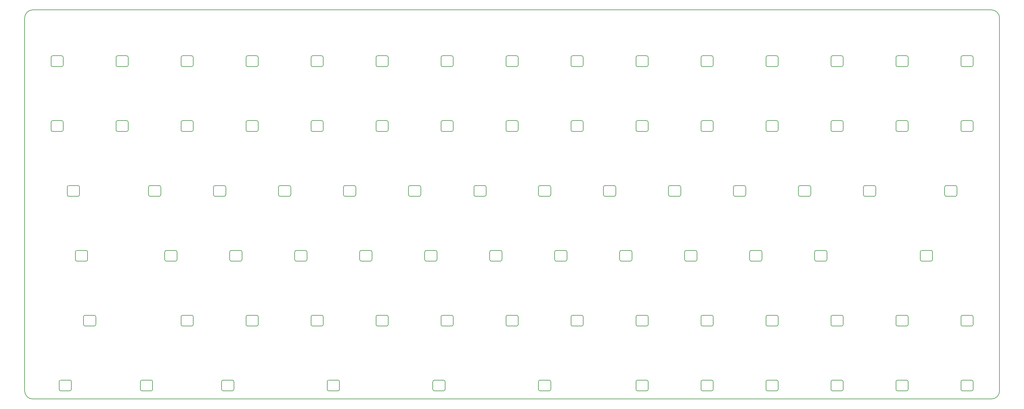
<source format=gbr>
%TF.GenerationSoftware,KiCad,Pcbnew,(5.1.10)-1*%
%TF.CreationDate,2021-11-24T06:09:51-05:00*%
%TF.ProjectId,bdpcb,62647063-622e-46b6-9963-61645f706362,rev?*%
%TF.SameCoordinates,Original*%
%TF.FileFunction,Profile,NP*%
%FSLAX46Y46*%
G04 Gerber Fmt 4.6, Leading zero omitted, Abs format (unit mm)*
G04 Created by KiCad (PCBNEW (5.1.10)-1) date 2021-11-24 06:09:51*
%MOMM*%
%LPD*%
G01*
G04 APERTURE LIST*
%TA.AperFunction,Profile*%
%ADD10C,0.150000*%
%TD*%
G04 APERTURE END LIST*
D10*
X299243750Y-130181560D02*
X18256250Y-130181440D01*
X301625000Y-18257170D02*
X301625120Y-127800190D01*
X18256250Y-15875800D02*
X299243750Y-15875920D01*
X15875000Y-127800190D02*
X15874880Y-18257170D01*
X18256250Y-130181440D02*
G75*
G02*
X15875000Y-127800190I0J2381250D01*
G01*
X301625120Y-127800190D02*
G75*
G02*
X299243750Y-130181560I-2381370J0D01*
G01*
X299243750Y-15875920D02*
G75*
G02*
X301625000Y-18257170I0J-2381250D01*
G01*
X15874880Y-18257170D02*
G75*
G02*
X18256250Y-15875800I2381370J0D01*
G01*
%TO.C,L15*%
X290297500Y-32057810D02*
G75*
G03*
X290797500Y-32557810I500000J0D01*
G01*
X293397500Y-32557810D02*
G75*
G03*
X293897500Y-32057810I0J500000D01*
G01*
X293897500Y-29857810D02*
G75*
G03*
X293397500Y-29357810I-500000J0D01*
G01*
X290797500Y-29357810D02*
G75*
G03*
X290297500Y-29857810I0J-500000D01*
G01*
X293397500Y-32557810D02*
X290797500Y-32557810D01*
X293897500Y-29857810D02*
X293897500Y-32057810D01*
X290797500Y-29357810D02*
X293397500Y-29357810D01*
X290297500Y-32057810D02*
X290297500Y-29857810D01*
%TO.C,L1*%
X23597500Y-32057810D02*
G75*
G03*
X24097500Y-32557810I500000J0D01*
G01*
X26697500Y-32557810D02*
G75*
G03*
X27197500Y-32057810I0J500000D01*
G01*
X27197500Y-29857810D02*
G75*
G03*
X26697500Y-29357810I-500000J0D01*
G01*
X24097500Y-29357810D02*
G75*
G03*
X23597500Y-29857810I0J-500000D01*
G01*
X26697500Y-32557810D02*
X24097500Y-32557810D01*
X27197500Y-29857810D02*
X27197500Y-32057810D01*
X24097500Y-29357810D02*
X26697500Y-29357810D01*
X23597500Y-32057810D02*
X23597500Y-29857810D01*
%TO.C,L83*%
X290300000Y-127312610D02*
G75*
G03*
X290800000Y-127812610I500000J0D01*
G01*
X293400000Y-127812610D02*
G75*
G03*
X293900000Y-127312610I0J500000D01*
G01*
X293900000Y-125112610D02*
G75*
G03*
X293400000Y-124612610I-500000J0D01*
G01*
X290800000Y-124612610D02*
G75*
G03*
X290300000Y-125112610I0J-500000D01*
G01*
X293400000Y-127812610D02*
X290800000Y-127812610D01*
X293900000Y-125112610D02*
X293900000Y-127312610D01*
X290800000Y-124612610D02*
X293400000Y-124612610D01*
X290300000Y-127312610D02*
X290300000Y-125112610D01*
%TO.C,L82*%
X271250000Y-127312610D02*
G75*
G03*
X271750000Y-127812610I500000J0D01*
G01*
X274350000Y-127812610D02*
G75*
G03*
X274850000Y-127312610I0J500000D01*
G01*
X274850000Y-125112610D02*
G75*
G03*
X274350000Y-124612610I-500000J0D01*
G01*
X271750000Y-124612610D02*
G75*
G03*
X271250000Y-125112610I0J-500000D01*
G01*
X274350000Y-127812610D02*
X271750000Y-127812610D01*
X274850000Y-125112610D02*
X274850000Y-127312610D01*
X271750000Y-124612610D02*
X274350000Y-124612610D01*
X271250000Y-127312610D02*
X271250000Y-125112610D01*
%TO.C,L81*%
X252197500Y-127312610D02*
G75*
G03*
X252697500Y-127812610I500000J0D01*
G01*
X255297500Y-127812610D02*
G75*
G03*
X255797500Y-127312610I0J500000D01*
G01*
X255797500Y-125112610D02*
G75*
G03*
X255297500Y-124612610I-500000J0D01*
G01*
X252697500Y-124612610D02*
G75*
G03*
X252197500Y-125112610I0J-500000D01*
G01*
X255297500Y-127812610D02*
X252697500Y-127812610D01*
X255797500Y-125112610D02*
X255797500Y-127312610D01*
X252697500Y-124612610D02*
X255297500Y-124612610D01*
X252197500Y-127312610D02*
X252197500Y-125112610D01*
%TO.C,L80*%
X233150000Y-127312610D02*
G75*
G03*
X233650000Y-127812610I500000J0D01*
G01*
X236250000Y-127812610D02*
G75*
G03*
X236750000Y-127312610I0J500000D01*
G01*
X236750000Y-125112610D02*
G75*
G03*
X236250000Y-124612610I-500000J0D01*
G01*
X233650000Y-124612610D02*
G75*
G03*
X233150000Y-125112610I0J-500000D01*
G01*
X236250000Y-127812610D02*
X233650000Y-127812610D01*
X236750000Y-125112610D02*
X236750000Y-127312610D01*
X233650000Y-124612610D02*
X236250000Y-124612610D01*
X233150000Y-127312610D02*
X233150000Y-125112610D01*
%TO.C,L79*%
X214097500Y-127312610D02*
G75*
G03*
X214597500Y-127812610I500000J0D01*
G01*
X217197500Y-127812610D02*
G75*
G03*
X217697500Y-127312610I0J500000D01*
G01*
X217697500Y-125112610D02*
G75*
G03*
X217197500Y-124612610I-500000J0D01*
G01*
X214597500Y-124612610D02*
G75*
G03*
X214097500Y-125112610I0J-500000D01*
G01*
X217197500Y-127812610D02*
X214597500Y-127812610D01*
X217697500Y-125112610D02*
X217697500Y-127312610D01*
X214597500Y-124612610D02*
X217197500Y-124612610D01*
X214097500Y-127312610D02*
X214097500Y-125112610D01*
%TO.C,L78*%
X195050000Y-127312610D02*
G75*
G03*
X195550000Y-127812610I500000J0D01*
G01*
X198150000Y-127812610D02*
G75*
G03*
X198650000Y-127312610I0J500000D01*
G01*
X198650000Y-125112610D02*
G75*
G03*
X198150000Y-124612610I-500000J0D01*
G01*
X195550000Y-124612610D02*
G75*
G03*
X195050000Y-125112610I0J-500000D01*
G01*
X198150000Y-127812610D02*
X195550000Y-127812610D01*
X198650000Y-125112610D02*
X198650000Y-127312610D01*
X195550000Y-124612610D02*
X198150000Y-124612610D01*
X195050000Y-127312610D02*
X195050000Y-125112610D01*
%TO.C,L77*%
X166472500Y-127312610D02*
G75*
G03*
X166972500Y-127812610I500000J0D01*
G01*
X169572500Y-127812610D02*
G75*
G03*
X170072500Y-127312610I0J500000D01*
G01*
X170072500Y-125112610D02*
G75*
G03*
X169572500Y-124612610I-500000J0D01*
G01*
X166972500Y-124612610D02*
G75*
G03*
X166472500Y-125112610I0J-500000D01*
G01*
X169572500Y-127812610D02*
X166972500Y-127812610D01*
X170072500Y-125112610D02*
X170072500Y-127312610D01*
X166972500Y-124612610D02*
X169572500Y-124612610D01*
X166472500Y-127312610D02*
X166472500Y-125112610D01*
%TO.C,L76*%
X135518750Y-127312610D02*
G75*
G03*
X136018750Y-127812610I500000J0D01*
G01*
X138618750Y-127812610D02*
G75*
G03*
X139118750Y-127312610I0J500000D01*
G01*
X139118750Y-125112610D02*
G75*
G03*
X138618750Y-124612610I-500000J0D01*
G01*
X136018750Y-124612610D02*
G75*
G03*
X135518750Y-125112610I0J-500000D01*
G01*
X138618750Y-127812610D02*
X136018750Y-127812610D01*
X139118750Y-125112610D02*
X139118750Y-127312610D01*
X136018750Y-124612610D02*
X138618750Y-124612610D01*
X135518750Y-127312610D02*
X135518750Y-125112610D01*
%TO.C,L75*%
X104562500Y-127312610D02*
G75*
G03*
X105062500Y-127812610I500000J0D01*
G01*
X107662500Y-127812610D02*
G75*
G03*
X108162500Y-127312610I0J500000D01*
G01*
X108162500Y-125112610D02*
G75*
G03*
X107662500Y-124612610I-500000J0D01*
G01*
X105062500Y-124612610D02*
G75*
G03*
X104562500Y-125112610I0J-500000D01*
G01*
X107662500Y-127812610D02*
X105062500Y-127812610D01*
X108162500Y-125112610D02*
X108162500Y-127312610D01*
X105062500Y-124612610D02*
X107662500Y-124612610D01*
X104562500Y-127312610D02*
X104562500Y-125112610D01*
%TO.C,L74*%
X73606250Y-127312610D02*
G75*
G03*
X74106250Y-127812610I500000J0D01*
G01*
X76706250Y-127812610D02*
G75*
G03*
X77206250Y-127312610I0J500000D01*
G01*
X77206250Y-125112610D02*
G75*
G03*
X76706250Y-124612610I-500000J0D01*
G01*
X74106250Y-124612610D02*
G75*
G03*
X73606250Y-125112610I0J-500000D01*
G01*
X76706250Y-127812610D02*
X74106250Y-127812610D01*
X77206250Y-125112610D02*
X77206250Y-127312610D01*
X74106250Y-124612610D02*
X76706250Y-124612610D01*
X73606250Y-127312610D02*
X73606250Y-125112610D01*
%TO.C,L73*%
X49793750Y-127312610D02*
G75*
G03*
X50293750Y-127812610I500000J0D01*
G01*
X52893750Y-127812610D02*
G75*
G03*
X53393750Y-127312610I0J500000D01*
G01*
X53393750Y-125112610D02*
G75*
G03*
X52893750Y-124612610I-500000J0D01*
G01*
X50293750Y-124612610D02*
G75*
G03*
X49793750Y-125112610I0J-500000D01*
G01*
X52893750Y-127812610D02*
X50293750Y-127812610D01*
X53393750Y-125112610D02*
X53393750Y-127312610D01*
X50293750Y-124612610D02*
X52893750Y-124612610D01*
X49793750Y-127312610D02*
X49793750Y-125112610D01*
%TO.C,L72*%
X25978750Y-127312610D02*
G75*
G03*
X26478750Y-127812610I500000J0D01*
G01*
X29078750Y-127812610D02*
G75*
G03*
X29578750Y-127312610I0J500000D01*
G01*
X29578750Y-125112610D02*
G75*
G03*
X29078750Y-124612610I-500000J0D01*
G01*
X26478750Y-124612610D02*
G75*
G03*
X25978750Y-125112610I0J-500000D01*
G01*
X29078750Y-127812610D02*
X26478750Y-127812610D01*
X29578750Y-125112610D02*
X29578750Y-127312610D01*
X26478750Y-124612610D02*
X29078750Y-124612610D01*
X25978750Y-127312610D02*
X25978750Y-125112610D01*
%TO.C,L71*%
X290297500Y-108261650D02*
G75*
G03*
X290797500Y-108761650I500000J0D01*
G01*
X293397500Y-108761650D02*
G75*
G03*
X293897500Y-108261650I0J500000D01*
G01*
X293897500Y-106061650D02*
G75*
G03*
X293397500Y-105561650I-500000J0D01*
G01*
X290797500Y-105561650D02*
G75*
G03*
X290297500Y-106061650I0J-500000D01*
G01*
X293397500Y-108761650D02*
X290797500Y-108761650D01*
X293897500Y-106061650D02*
X293897500Y-108261650D01*
X290797500Y-105561650D02*
X293397500Y-105561650D01*
X290297500Y-108261650D02*
X290297500Y-106061650D01*
%TO.C,L70*%
X271247500Y-108261650D02*
G75*
G03*
X271747500Y-108761650I500000J0D01*
G01*
X274347500Y-108761650D02*
G75*
G03*
X274847500Y-108261650I0J500000D01*
G01*
X274847500Y-106061650D02*
G75*
G03*
X274347500Y-105561650I-500000J0D01*
G01*
X271747500Y-105561650D02*
G75*
G03*
X271247500Y-106061650I0J-500000D01*
G01*
X274347500Y-108761650D02*
X271747500Y-108761650D01*
X274847500Y-106061650D02*
X274847500Y-108261650D01*
X271747500Y-105561650D02*
X274347500Y-105561650D01*
X271247500Y-108261650D02*
X271247500Y-106061650D01*
%TO.C,L69*%
X252200000Y-108261650D02*
G75*
G03*
X252700000Y-108761650I500000J0D01*
G01*
X255300000Y-108761650D02*
G75*
G03*
X255800000Y-108261650I0J500000D01*
G01*
X255800000Y-106061650D02*
G75*
G03*
X255300000Y-105561650I-500000J0D01*
G01*
X252700000Y-105561650D02*
G75*
G03*
X252200000Y-106061650I0J-500000D01*
G01*
X255300000Y-108761650D02*
X252700000Y-108761650D01*
X255800000Y-106061650D02*
X255800000Y-108261650D01*
X252700000Y-105561650D02*
X255300000Y-105561650D01*
X252200000Y-108261650D02*
X252200000Y-106061650D01*
%TO.C,L68*%
X233150000Y-108261650D02*
G75*
G03*
X233650000Y-108761650I500000J0D01*
G01*
X236250000Y-108761650D02*
G75*
G03*
X236750000Y-108261650I0J500000D01*
G01*
X236750000Y-106061650D02*
G75*
G03*
X236250000Y-105561650I-500000J0D01*
G01*
X233650000Y-105561650D02*
G75*
G03*
X233150000Y-106061650I0J-500000D01*
G01*
X236250000Y-108761650D02*
X233650000Y-108761650D01*
X236750000Y-106061650D02*
X236750000Y-108261650D01*
X233650000Y-105561650D02*
X236250000Y-105561650D01*
X233150000Y-108261650D02*
X233150000Y-106061650D01*
%TO.C,L67*%
X214100000Y-108261650D02*
G75*
G03*
X214600000Y-108761650I500000J0D01*
G01*
X217200000Y-108761650D02*
G75*
G03*
X217700000Y-108261650I0J500000D01*
G01*
X217700000Y-106061650D02*
G75*
G03*
X217200000Y-105561650I-500000J0D01*
G01*
X214600000Y-105561650D02*
G75*
G03*
X214100000Y-106061650I0J-500000D01*
G01*
X217200000Y-108761650D02*
X214600000Y-108761650D01*
X217700000Y-106061650D02*
X217700000Y-108261650D01*
X214600000Y-105561650D02*
X217200000Y-105561650D01*
X214100000Y-108261650D02*
X214100000Y-106061650D01*
%TO.C,L66*%
X195050000Y-108261650D02*
G75*
G03*
X195550000Y-108761650I500000J0D01*
G01*
X198150000Y-108761650D02*
G75*
G03*
X198650000Y-108261650I0J500000D01*
G01*
X198650000Y-106061650D02*
G75*
G03*
X198150000Y-105561650I-500000J0D01*
G01*
X195550000Y-105561650D02*
G75*
G03*
X195050000Y-106061650I0J-500000D01*
G01*
X198150000Y-108761650D02*
X195550000Y-108761650D01*
X198650000Y-106061650D02*
X198650000Y-108261650D01*
X195550000Y-105561650D02*
X198150000Y-105561650D01*
X195050000Y-108261650D02*
X195050000Y-106061650D01*
%TO.C,L65*%
X175997500Y-108261650D02*
G75*
G03*
X176497500Y-108761650I500000J0D01*
G01*
X179097500Y-108761650D02*
G75*
G03*
X179597500Y-108261650I0J500000D01*
G01*
X179597500Y-106061650D02*
G75*
G03*
X179097500Y-105561650I-500000J0D01*
G01*
X176497500Y-105561650D02*
G75*
G03*
X175997500Y-106061650I0J-500000D01*
G01*
X179097500Y-108761650D02*
X176497500Y-108761650D01*
X179597500Y-106061650D02*
X179597500Y-108261650D01*
X176497500Y-105561650D02*
X179097500Y-105561650D01*
X175997500Y-108261650D02*
X175997500Y-106061650D01*
%TO.C,L64*%
X156947500Y-108261650D02*
G75*
G03*
X157447500Y-108761650I500000J0D01*
G01*
X160047500Y-108761650D02*
G75*
G03*
X160547500Y-108261650I0J500000D01*
G01*
X160547500Y-106061650D02*
G75*
G03*
X160047500Y-105561650I-500000J0D01*
G01*
X157447500Y-105561650D02*
G75*
G03*
X156947500Y-106061650I0J-500000D01*
G01*
X160047500Y-108761650D02*
X157447500Y-108761650D01*
X160547500Y-106061650D02*
X160547500Y-108261650D01*
X157447500Y-105561650D02*
X160047500Y-105561650D01*
X156947500Y-108261650D02*
X156947500Y-106061650D01*
%TO.C,L63*%
X137897500Y-108261650D02*
G75*
G03*
X138397500Y-108761650I500000J0D01*
G01*
X140997500Y-108761650D02*
G75*
G03*
X141497500Y-108261650I0J500000D01*
G01*
X141497500Y-106061650D02*
G75*
G03*
X140997500Y-105561650I-500000J0D01*
G01*
X138397500Y-105561650D02*
G75*
G03*
X137897500Y-106061650I0J-500000D01*
G01*
X140997500Y-108761650D02*
X138397500Y-108761650D01*
X141497500Y-106061650D02*
X141497500Y-108261650D01*
X138397500Y-105561650D02*
X140997500Y-105561650D01*
X137897500Y-108261650D02*
X137897500Y-106061650D01*
%TO.C,L62*%
X118847500Y-108261650D02*
G75*
G03*
X119347500Y-108761650I500000J0D01*
G01*
X121947500Y-108761650D02*
G75*
G03*
X122447500Y-108261650I0J500000D01*
G01*
X122447500Y-106061650D02*
G75*
G03*
X121947500Y-105561650I-500000J0D01*
G01*
X119347500Y-105561650D02*
G75*
G03*
X118847500Y-106061650I0J-500000D01*
G01*
X121947500Y-108761650D02*
X119347500Y-108761650D01*
X122447500Y-106061650D02*
X122447500Y-108261650D01*
X119347500Y-105561650D02*
X121947500Y-105561650D01*
X118847500Y-108261650D02*
X118847500Y-106061650D01*
%TO.C,L61*%
X99797500Y-108261650D02*
G75*
G03*
X100297500Y-108761650I500000J0D01*
G01*
X102897500Y-108761650D02*
G75*
G03*
X103397500Y-108261650I0J500000D01*
G01*
X103397500Y-106061650D02*
G75*
G03*
X102897500Y-105561650I-500000J0D01*
G01*
X100297500Y-105561650D02*
G75*
G03*
X99797500Y-106061650I0J-500000D01*
G01*
X102897500Y-108761650D02*
X100297500Y-108761650D01*
X103397500Y-106061650D02*
X103397500Y-108261650D01*
X100297500Y-105561650D02*
X102897500Y-105561650D01*
X99797500Y-108261650D02*
X99797500Y-106061650D01*
%TO.C,L60*%
X80750000Y-108261650D02*
G75*
G03*
X81250000Y-108761650I500000J0D01*
G01*
X83850000Y-108761650D02*
G75*
G03*
X84350000Y-108261650I0J500000D01*
G01*
X84350000Y-106061650D02*
G75*
G03*
X83850000Y-105561650I-500000J0D01*
G01*
X81250000Y-105561650D02*
G75*
G03*
X80750000Y-106061650I0J-500000D01*
G01*
X83850000Y-108761650D02*
X81250000Y-108761650D01*
X84350000Y-106061650D02*
X84350000Y-108261650D01*
X81250000Y-105561650D02*
X83850000Y-105561650D01*
X80750000Y-108261650D02*
X80750000Y-106061650D01*
%TO.C,L59*%
X61700000Y-108261650D02*
G75*
G03*
X62200000Y-108761650I500000J0D01*
G01*
X64800000Y-108761650D02*
G75*
G03*
X65300000Y-108261650I0J500000D01*
G01*
X65300000Y-106061650D02*
G75*
G03*
X64800000Y-105561650I-500000J0D01*
G01*
X62200000Y-105561650D02*
G75*
G03*
X61700000Y-106061650I0J-500000D01*
G01*
X64800000Y-108761650D02*
X62200000Y-108761650D01*
X65300000Y-106061650D02*
X65300000Y-108261650D01*
X62200000Y-105561650D02*
X64800000Y-105561650D01*
X61700000Y-108261650D02*
X61700000Y-106061650D01*
%TO.C,L58*%
X33122500Y-108261650D02*
G75*
G03*
X33622500Y-108761650I500000J0D01*
G01*
X36222500Y-108761650D02*
G75*
G03*
X36722500Y-108261650I0J500000D01*
G01*
X36722500Y-106061650D02*
G75*
G03*
X36222500Y-105561650I-500000J0D01*
G01*
X33622500Y-105561650D02*
G75*
G03*
X33122500Y-106061650I0J-500000D01*
G01*
X36222500Y-108761650D02*
X33622500Y-108761650D01*
X36722500Y-106061650D02*
X36722500Y-108261650D01*
X33622500Y-105561650D02*
X36222500Y-105561650D01*
X33122500Y-108261650D02*
X33122500Y-106061650D01*
%TO.C,L57*%
X278391250Y-89210690D02*
G75*
G03*
X278891250Y-89710690I500000J0D01*
G01*
X281491250Y-89710690D02*
G75*
G03*
X281991250Y-89210690I0J500000D01*
G01*
X281991250Y-87010690D02*
G75*
G03*
X281491250Y-86510690I-500000J0D01*
G01*
X278891250Y-86510690D02*
G75*
G03*
X278391250Y-87010690I0J-500000D01*
G01*
X281491250Y-89710690D02*
X278891250Y-89710690D01*
X281991250Y-87010690D02*
X281991250Y-89210690D01*
X278891250Y-86510690D02*
X281491250Y-86510690D01*
X278391250Y-89210690D02*
X278391250Y-87010690D01*
%TO.C,L56*%
X247435000Y-89210690D02*
G75*
G03*
X247935000Y-89710690I500000J0D01*
G01*
X250535000Y-89710690D02*
G75*
G03*
X251035000Y-89210690I0J500000D01*
G01*
X251035000Y-87010690D02*
G75*
G03*
X250535000Y-86510690I-500000J0D01*
G01*
X247935000Y-86510690D02*
G75*
G03*
X247435000Y-87010690I0J-500000D01*
G01*
X250535000Y-89710690D02*
X247935000Y-89710690D01*
X251035000Y-87010690D02*
X251035000Y-89210690D01*
X247935000Y-86510690D02*
X250535000Y-86510690D01*
X247435000Y-89210690D02*
X247435000Y-87010690D01*
%TO.C,L55*%
X228385000Y-89210690D02*
G75*
G03*
X228885000Y-89710690I500000J0D01*
G01*
X231485000Y-89710690D02*
G75*
G03*
X231985000Y-89210690I0J500000D01*
G01*
X231985000Y-87010690D02*
G75*
G03*
X231485000Y-86510690I-500000J0D01*
G01*
X228885000Y-86510690D02*
G75*
G03*
X228385000Y-87010690I0J-500000D01*
G01*
X231485000Y-89710690D02*
X228885000Y-89710690D01*
X231985000Y-87010690D02*
X231985000Y-89210690D01*
X228885000Y-86510690D02*
X231485000Y-86510690D01*
X228385000Y-89210690D02*
X228385000Y-87010690D01*
%TO.C,L54*%
X209335000Y-89210690D02*
G75*
G03*
X209835000Y-89710690I500000J0D01*
G01*
X212435000Y-89710690D02*
G75*
G03*
X212935000Y-89210690I0J500000D01*
G01*
X212935000Y-87010690D02*
G75*
G03*
X212435000Y-86510690I-500000J0D01*
G01*
X209835000Y-86510690D02*
G75*
G03*
X209335000Y-87010690I0J-500000D01*
G01*
X212435000Y-89710690D02*
X209835000Y-89710690D01*
X212935000Y-87010690D02*
X212935000Y-89210690D01*
X209835000Y-86510690D02*
X212435000Y-86510690D01*
X209335000Y-89210690D02*
X209335000Y-87010690D01*
%TO.C,L53*%
X190287500Y-89210690D02*
G75*
G03*
X190787500Y-89710690I500000J0D01*
G01*
X193387500Y-89710690D02*
G75*
G03*
X193887500Y-89210690I0J500000D01*
G01*
X193887500Y-87010690D02*
G75*
G03*
X193387500Y-86510690I-500000J0D01*
G01*
X190787500Y-86510690D02*
G75*
G03*
X190287500Y-87010690I0J-500000D01*
G01*
X193387500Y-89710690D02*
X190787500Y-89710690D01*
X193887500Y-87010690D02*
X193887500Y-89210690D01*
X190787500Y-86510690D02*
X193387500Y-86510690D01*
X190287500Y-89210690D02*
X190287500Y-87010690D01*
%TO.C,L52*%
X171235000Y-89210690D02*
G75*
G03*
X171735000Y-89710690I500000J0D01*
G01*
X174335000Y-89710690D02*
G75*
G03*
X174835000Y-89210690I0J500000D01*
G01*
X174835000Y-87010690D02*
G75*
G03*
X174335000Y-86510690I-500000J0D01*
G01*
X171735000Y-86510690D02*
G75*
G03*
X171235000Y-87010690I0J-500000D01*
G01*
X174335000Y-89710690D02*
X171735000Y-89710690D01*
X174835000Y-87010690D02*
X174835000Y-89210690D01*
X171735000Y-86510690D02*
X174335000Y-86510690D01*
X171235000Y-89210690D02*
X171235000Y-87010690D01*
%TO.C,L51*%
X152187500Y-89210690D02*
G75*
G03*
X152687500Y-89710690I500000J0D01*
G01*
X155287500Y-89710690D02*
G75*
G03*
X155787500Y-89210690I0J500000D01*
G01*
X155787500Y-87010690D02*
G75*
G03*
X155287500Y-86510690I-500000J0D01*
G01*
X152687500Y-86510690D02*
G75*
G03*
X152187500Y-87010690I0J-500000D01*
G01*
X155287500Y-89710690D02*
X152687500Y-89710690D01*
X155787500Y-87010690D02*
X155787500Y-89210690D01*
X152687500Y-86510690D02*
X155287500Y-86510690D01*
X152187500Y-89210690D02*
X152187500Y-87010690D01*
%TO.C,L50*%
X133137500Y-89210690D02*
G75*
G03*
X133637500Y-89710690I500000J0D01*
G01*
X136237500Y-89710690D02*
G75*
G03*
X136737500Y-89210690I0J500000D01*
G01*
X136737500Y-87010690D02*
G75*
G03*
X136237500Y-86510690I-500000J0D01*
G01*
X133637500Y-86510690D02*
G75*
G03*
X133137500Y-87010690I0J-500000D01*
G01*
X136237500Y-89710690D02*
X133637500Y-89710690D01*
X136737500Y-87010690D02*
X136737500Y-89210690D01*
X133637500Y-86510690D02*
X136237500Y-86510690D01*
X133137500Y-89210690D02*
X133137500Y-87010690D01*
%TO.C,L49*%
X114085000Y-89210690D02*
G75*
G03*
X114585000Y-89710690I500000J0D01*
G01*
X117185000Y-89710690D02*
G75*
G03*
X117685000Y-89210690I0J500000D01*
G01*
X117685000Y-87010690D02*
G75*
G03*
X117185000Y-86510690I-500000J0D01*
G01*
X114585000Y-86510690D02*
G75*
G03*
X114085000Y-87010690I0J-500000D01*
G01*
X117185000Y-89710690D02*
X114585000Y-89710690D01*
X117685000Y-87010690D02*
X117685000Y-89210690D01*
X114585000Y-86510690D02*
X117185000Y-86510690D01*
X114085000Y-89210690D02*
X114085000Y-87010690D01*
%TO.C,L48*%
X95037500Y-89210690D02*
G75*
G03*
X95537500Y-89710690I500000J0D01*
G01*
X98137500Y-89710690D02*
G75*
G03*
X98637500Y-89210690I0J500000D01*
G01*
X98637500Y-87010690D02*
G75*
G03*
X98137500Y-86510690I-500000J0D01*
G01*
X95537500Y-86510690D02*
G75*
G03*
X95037500Y-87010690I0J-500000D01*
G01*
X98137500Y-89710690D02*
X95537500Y-89710690D01*
X98637500Y-87010690D02*
X98637500Y-89210690D01*
X95537500Y-86510690D02*
X98137500Y-86510690D01*
X95037500Y-89210690D02*
X95037500Y-87010690D01*
%TO.C,L47*%
X75985000Y-89210690D02*
G75*
G03*
X76485000Y-89710690I500000J0D01*
G01*
X79085000Y-89710690D02*
G75*
G03*
X79585000Y-89210690I0J500000D01*
G01*
X79585000Y-87010690D02*
G75*
G03*
X79085000Y-86510690I-500000J0D01*
G01*
X76485000Y-86510690D02*
G75*
G03*
X75985000Y-87010690I0J-500000D01*
G01*
X79085000Y-89710690D02*
X76485000Y-89710690D01*
X79585000Y-87010690D02*
X79585000Y-89210690D01*
X76485000Y-86510690D02*
X79085000Y-86510690D01*
X75985000Y-89210690D02*
X75985000Y-87010690D01*
%TO.C,L46*%
X56937500Y-89210690D02*
G75*
G03*
X57437500Y-89710690I500000J0D01*
G01*
X60037500Y-89710690D02*
G75*
G03*
X60537500Y-89210690I0J500000D01*
G01*
X60537500Y-87010690D02*
G75*
G03*
X60037500Y-86510690I-500000J0D01*
G01*
X57437500Y-86510690D02*
G75*
G03*
X56937500Y-87010690I0J-500000D01*
G01*
X60037500Y-89710690D02*
X57437500Y-89710690D01*
X60537500Y-87010690D02*
X60537500Y-89210690D01*
X57437500Y-86510690D02*
X60037500Y-86510690D01*
X56937500Y-89210690D02*
X56937500Y-87010690D01*
%TO.C,L45*%
X30741250Y-89210690D02*
G75*
G03*
X31241250Y-89710690I500000J0D01*
G01*
X33841250Y-89710690D02*
G75*
G03*
X34341250Y-89210690I0J500000D01*
G01*
X34341250Y-87010690D02*
G75*
G03*
X33841250Y-86510690I-500000J0D01*
G01*
X31241250Y-86510690D02*
G75*
G03*
X30741250Y-87010690I0J-500000D01*
G01*
X33841250Y-89710690D02*
X31241250Y-89710690D01*
X34341250Y-87010690D02*
X34341250Y-89210690D01*
X31241250Y-86510690D02*
X33841250Y-86510690D01*
X30741250Y-89210690D02*
X30741250Y-87010690D01*
%TO.C,L44*%
X285537500Y-70159730D02*
G75*
G03*
X286037500Y-70659730I500000J0D01*
G01*
X288637500Y-70659730D02*
G75*
G03*
X289137500Y-70159730I0J500000D01*
G01*
X289137500Y-67959730D02*
G75*
G03*
X288637500Y-67459730I-500000J0D01*
G01*
X286037500Y-67459730D02*
G75*
G03*
X285537500Y-67959730I0J-500000D01*
G01*
X288637500Y-70659730D02*
X286037500Y-70659730D01*
X289137500Y-67959730D02*
X289137500Y-70159730D01*
X286037500Y-67459730D02*
X288637500Y-67459730D01*
X285537500Y-70159730D02*
X285537500Y-67959730D01*
%TO.C,L43*%
X261725000Y-70159730D02*
G75*
G03*
X262225000Y-70659730I500000J0D01*
G01*
X264825000Y-70659730D02*
G75*
G03*
X265325000Y-70159730I0J500000D01*
G01*
X265325000Y-67959730D02*
G75*
G03*
X264825000Y-67459730I-500000J0D01*
G01*
X262225000Y-67459730D02*
G75*
G03*
X261725000Y-67959730I0J-500000D01*
G01*
X264825000Y-70659730D02*
X262225000Y-70659730D01*
X265325000Y-67959730D02*
X265325000Y-70159730D01*
X262225000Y-67459730D02*
X264825000Y-67459730D01*
X261725000Y-70159730D02*
X261725000Y-67959730D01*
%TO.C,L42*%
X242675000Y-70159730D02*
G75*
G03*
X243175000Y-70659730I500000J0D01*
G01*
X245775000Y-70659730D02*
G75*
G03*
X246275000Y-70159730I0J500000D01*
G01*
X246275000Y-67959730D02*
G75*
G03*
X245775000Y-67459730I-500000J0D01*
G01*
X243175000Y-67459730D02*
G75*
G03*
X242675000Y-67959730I0J-500000D01*
G01*
X245775000Y-70659730D02*
X243175000Y-70659730D01*
X246275000Y-67959730D02*
X246275000Y-70159730D01*
X243175000Y-67459730D02*
X245775000Y-67459730D01*
X242675000Y-70159730D02*
X242675000Y-67959730D01*
%TO.C,L41*%
X223625000Y-70159730D02*
G75*
G03*
X224125000Y-70659730I500000J0D01*
G01*
X226725000Y-70659730D02*
G75*
G03*
X227225000Y-70159730I0J500000D01*
G01*
X227225000Y-67959730D02*
G75*
G03*
X226725000Y-67459730I-500000J0D01*
G01*
X224125000Y-67459730D02*
G75*
G03*
X223625000Y-67959730I0J-500000D01*
G01*
X226725000Y-70659730D02*
X224125000Y-70659730D01*
X227225000Y-67959730D02*
X227225000Y-70159730D01*
X224125000Y-67459730D02*
X226725000Y-67459730D01*
X223625000Y-70159730D02*
X223625000Y-67959730D01*
%TO.C,L40*%
X204575000Y-70159730D02*
G75*
G03*
X205075000Y-70659730I500000J0D01*
G01*
X207675000Y-70659730D02*
G75*
G03*
X208175000Y-70159730I0J500000D01*
G01*
X208175000Y-67959730D02*
G75*
G03*
X207675000Y-67459730I-500000J0D01*
G01*
X205075000Y-67459730D02*
G75*
G03*
X204575000Y-67959730I0J-500000D01*
G01*
X207675000Y-70659730D02*
X205075000Y-70659730D01*
X208175000Y-67959730D02*
X208175000Y-70159730D01*
X205075000Y-67459730D02*
X207675000Y-67459730D01*
X204575000Y-70159730D02*
X204575000Y-67959730D01*
%TO.C,L39*%
X185522500Y-70159730D02*
G75*
G03*
X186022500Y-70659730I500000J0D01*
G01*
X188622500Y-70659730D02*
G75*
G03*
X189122500Y-70159730I0J500000D01*
G01*
X189122500Y-67959730D02*
G75*
G03*
X188622500Y-67459730I-500000J0D01*
G01*
X186022500Y-67459730D02*
G75*
G03*
X185522500Y-67959730I0J-500000D01*
G01*
X188622500Y-70659730D02*
X186022500Y-70659730D01*
X189122500Y-67959730D02*
X189122500Y-70159730D01*
X186022500Y-67459730D02*
X188622500Y-67459730D01*
X185522500Y-70159730D02*
X185522500Y-67959730D01*
%TO.C,L38*%
X166472500Y-70159730D02*
G75*
G03*
X166972500Y-70659730I500000J0D01*
G01*
X169572500Y-70659730D02*
G75*
G03*
X170072500Y-70159730I0J500000D01*
G01*
X170072500Y-67959730D02*
G75*
G03*
X169572500Y-67459730I-500000J0D01*
G01*
X166972500Y-67459730D02*
G75*
G03*
X166472500Y-67959730I0J-500000D01*
G01*
X169572500Y-70659730D02*
X166972500Y-70659730D01*
X170072500Y-67959730D02*
X170072500Y-70159730D01*
X166972500Y-67459730D02*
X169572500Y-67459730D01*
X166472500Y-70159730D02*
X166472500Y-67959730D01*
%TO.C,L37*%
X147547499Y-70159730D02*
G75*
G03*
X148047499Y-70659730I500000J0D01*
G01*
X150647499Y-70659730D02*
G75*
G03*
X151147499Y-70159730I0J500000D01*
G01*
X151147499Y-67959730D02*
G75*
G03*
X150647499Y-67459730I-500000J0D01*
G01*
X148047499Y-67459730D02*
G75*
G03*
X147547499Y-67959730I0J-500000D01*
G01*
X150647499Y-70659730D02*
X148047499Y-70659730D01*
X151147499Y-67959730D02*
X151147499Y-70159730D01*
X148047499Y-67459730D02*
X150647499Y-67459730D01*
X147547499Y-70159730D02*
X147547499Y-67959730D01*
%TO.C,L36*%
X128375000Y-70159730D02*
G75*
G03*
X128875000Y-70659730I500000J0D01*
G01*
X131475000Y-70659730D02*
G75*
G03*
X131975000Y-70159730I0J500000D01*
G01*
X131975000Y-67959730D02*
G75*
G03*
X131475000Y-67459730I-500000J0D01*
G01*
X128875000Y-67459730D02*
G75*
G03*
X128375000Y-67959730I0J-500000D01*
G01*
X131475000Y-70659730D02*
X128875000Y-70659730D01*
X131975000Y-67959730D02*
X131975000Y-70159730D01*
X128875000Y-67459730D02*
X131475000Y-67459730D01*
X128375000Y-70159730D02*
X128375000Y-67959730D01*
%TO.C,L35*%
X109322500Y-70159730D02*
G75*
G03*
X109822500Y-70659730I500000J0D01*
G01*
X112422500Y-70659730D02*
G75*
G03*
X112922500Y-70159730I0J500000D01*
G01*
X112922500Y-67959730D02*
G75*
G03*
X112422500Y-67459730I-500000J0D01*
G01*
X109822500Y-67459730D02*
G75*
G03*
X109322500Y-67959730I0J-500000D01*
G01*
X112422500Y-70659730D02*
X109822500Y-70659730D01*
X112922500Y-67959730D02*
X112922500Y-70159730D01*
X109822500Y-67459730D02*
X112422500Y-67459730D01*
X109322500Y-70159730D02*
X109322500Y-67959730D01*
%TO.C,L34*%
X90272500Y-70159730D02*
G75*
G03*
X90772500Y-70659730I500000J0D01*
G01*
X93372500Y-70659730D02*
G75*
G03*
X93872500Y-70159730I0J500000D01*
G01*
X93872500Y-67959730D02*
G75*
G03*
X93372500Y-67459730I-500000J0D01*
G01*
X90772500Y-67459730D02*
G75*
G03*
X90272500Y-67959730I0J-500000D01*
G01*
X93372500Y-70659730D02*
X90772500Y-70659730D01*
X93872500Y-67959730D02*
X93872500Y-70159730D01*
X90772500Y-67459730D02*
X93372500Y-67459730D01*
X90272500Y-70159730D02*
X90272500Y-67959730D01*
%TO.C,L33*%
X71222500Y-70159730D02*
G75*
G03*
X71722500Y-70659730I500000J0D01*
G01*
X74322500Y-70659730D02*
G75*
G03*
X74822500Y-70159730I0J500000D01*
G01*
X74822500Y-67959730D02*
G75*
G03*
X74322500Y-67459730I-500000J0D01*
G01*
X71722500Y-67459730D02*
G75*
G03*
X71222500Y-67959730I0J-500000D01*
G01*
X74322500Y-70659730D02*
X71722500Y-70659730D01*
X74822500Y-67959730D02*
X74822500Y-70159730D01*
X71722500Y-67459730D02*
X74322500Y-67459730D01*
X71222500Y-70159730D02*
X71222500Y-67959730D01*
%TO.C,L32*%
X52172500Y-70159730D02*
G75*
G03*
X52672500Y-70659730I500000J0D01*
G01*
X55272500Y-70659730D02*
G75*
G03*
X55772500Y-70159730I0J500000D01*
G01*
X55772500Y-67959730D02*
G75*
G03*
X55272500Y-67459730I-500000J0D01*
G01*
X52672500Y-67459730D02*
G75*
G03*
X52172500Y-67959730I0J-500000D01*
G01*
X55272500Y-70659730D02*
X52672500Y-70659730D01*
X55772500Y-67959730D02*
X55772500Y-70159730D01*
X52672500Y-67459730D02*
X55272500Y-67459730D01*
X52172500Y-70159730D02*
X52172500Y-67959730D01*
%TO.C,L31*%
X28362500Y-70159730D02*
G75*
G03*
X28862500Y-70659730I500000J0D01*
G01*
X31462500Y-70659730D02*
G75*
G03*
X31962500Y-70159730I0J500000D01*
G01*
X31962500Y-67959730D02*
G75*
G03*
X31462500Y-67459730I-500000J0D01*
G01*
X28862500Y-67459730D02*
G75*
G03*
X28362500Y-67959730I0J-500000D01*
G01*
X31462500Y-70659730D02*
X28862500Y-70659730D01*
X31962500Y-67959730D02*
X31962500Y-70159730D01*
X28862500Y-67459730D02*
X31462500Y-67459730D01*
X28362500Y-70159730D02*
X28362500Y-67959730D01*
%TO.C,L30*%
X290297500Y-51108770D02*
G75*
G03*
X290797500Y-51608770I500000J0D01*
G01*
X293397500Y-51608770D02*
G75*
G03*
X293897500Y-51108770I0J500000D01*
G01*
X293897500Y-48908770D02*
G75*
G03*
X293397500Y-48408770I-500000J0D01*
G01*
X290797500Y-48408770D02*
G75*
G03*
X290297500Y-48908770I0J-500000D01*
G01*
X293397500Y-51608770D02*
X290797500Y-51608770D01*
X293897500Y-48908770D02*
X293897500Y-51108770D01*
X290797500Y-48408770D02*
X293397500Y-48408770D01*
X290297500Y-51108770D02*
X290297500Y-48908770D01*
%TO.C,L29*%
X271250000Y-51108770D02*
G75*
G03*
X271750000Y-51608770I500000J0D01*
G01*
X274350000Y-51608770D02*
G75*
G03*
X274850000Y-51108770I0J500000D01*
G01*
X274850000Y-48908770D02*
G75*
G03*
X274350000Y-48408770I-500000J0D01*
G01*
X271750000Y-48408770D02*
G75*
G03*
X271250000Y-48908770I0J-500000D01*
G01*
X274350000Y-51608770D02*
X271750000Y-51608770D01*
X274850000Y-48908770D02*
X274850000Y-51108770D01*
X271750000Y-48408770D02*
X274350000Y-48408770D01*
X271250000Y-51108770D02*
X271250000Y-48908770D01*
%TO.C,L28*%
X252200000Y-51108770D02*
G75*
G03*
X252700000Y-51608770I500000J0D01*
G01*
X255300000Y-51608770D02*
G75*
G03*
X255800000Y-51108770I0J500000D01*
G01*
X255800000Y-48908770D02*
G75*
G03*
X255300000Y-48408770I-500000J0D01*
G01*
X252700000Y-48408770D02*
G75*
G03*
X252200000Y-48908770I0J-500000D01*
G01*
X255300000Y-51608770D02*
X252700000Y-51608770D01*
X255800000Y-48908770D02*
X255800000Y-51108770D01*
X252700000Y-48408770D02*
X255300000Y-48408770D01*
X252200000Y-51108770D02*
X252200000Y-48908770D01*
%TO.C,L27*%
X233150000Y-51108770D02*
G75*
G03*
X233650000Y-51608770I500000J0D01*
G01*
X236250000Y-51608770D02*
G75*
G03*
X236750000Y-51108770I0J500000D01*
G01*
X236750000Y-48908770D02*
G75*
G03*
X236250000Y-48408770I-500000J0D01*
G01*
X233650000Y-48408770D02*
G75*
G03*
X233150000Y-48908770I0J-500000D01*
G01*
X236250000Y-51608770D02*
X233650000Y-51608770D01*
X236750000Y-48908770D02*
X236750000Y-51108770D01*
X233650000Y-48408770D02*
X236250000Y-48408770D01*
X233150000Y-51108770D02*
X233150000Y-48908770D01*
%TO.C,L26*%
X214097500Y-51108770D02*
G75*
G03*
X214597500Y-51608770I500000J0D01*
G01*
X217197500Y-51608770D02*
G75*
G03*
X217697500Y-51108770I0J500000D01*
G01*
X217697500Y-48908770D02*
G75*
G03*
X217197500Y-48408770I-500000J0D01*
G01*
X214597500Y-48408770D02*
G75*
G03*
X214097500Y-48908770I0J-500000D01*
G01*
X217197500Y-51608770D02*
X214597500Y-51608770D01*
X217697500Y-48908770D02*
X217697500Y-51108770D01*
X214597500Y-48408770D02*
X217197500Y-48408770D01*
X214097500Y-51108770D02*
X214097500Y-48908770D01*
%TO.C,L25*%
X195050000Y-51108770D02*
G75*
G03*
X195550000Y-51608770I500000J0D01*
G01*
X198150000Y-51608770D02*
G75*
G03*
X198650000Y-51108770I0J500000D01*
G01*
X198650000Y-48908770D02*
G75*
G03*
X198150000Y-48408770I-500000J0D01*
G01*
X195550000Y-48408770D02*
G75*
G03*
X195050000Y-48908770I0J-500000D01*
G01*
X198150000Y-51608770D02*
X195550000Y-51608770D01*
X198650000Y-48908770D02*
X198650000Y-51108770D01*
X195550000Y-48408770D02*
X198150000Y-48408770D01*
X195050000Y-51108770D02*
X195050000Y-48908770D01*
%TO.C,L24*%
X175997500Y-51108770D02*
G75*
G03*
X176497500Y-51608770I500000J0D01*
G01*
X179097500Y-51608770D02*
G75*
G03*
X179597500Y-51108770I0J500000D01*
G01*
X179597500Y-48908770D02*
G75*
G03*
X179097500Y-48408770I-500000J0D01*
G01*
X176497500Y-48408770D02*
G75*
G03*
X175997500Y-48908770I0J-500000D01*
G01*
X179097500Y-51608770D02*
X176497500Y-51608770D01*
X179597500Y-48908770D02*
X179597500Y-51108770D01*
X176497500Y-48408770D02*
X179097500Y-48408770D01*
X175997500Y-51108770D02*
X175997500Y-48908770D01*
%TO.C,L23*%
X156947500Y-51108770D02*
G75*
G03*
X157447500Y-51608770I500000J0D01*
G01*
X160047500Y-51608770D02*
G75*
G03*
X160547500Y-51108770I0J500000D01*
G01*
X160547500Y-48908770D02*
G75*
G03*
X160047500Y-48408770I-500000J0D01*
G01*
X157447500Y-48408770D02*
G75*
G03*
X156947500Y-48908770I0J-500000D01*
G01*
X160047500Y-51608770D02*
X157447500Y-51608770D01*
X160547500Y-48908770D02*
X160547500Y-51108770D01*
X157447500Y-48408770D02*
X160047500Y-48408770D01*
X156947500Y-51108770D02*
X156947500Y-48908770D01*
%TO.C,L22*%
X137900000Y-51108770D02*
G75*
G03*
X138400000Y-51608770I500000J0D01*
G01*
X141000000Y-51608770D02*
G75*
G03*
X141500000Y-51108770I0J500000D01*
G01*
X141500000Y-48908770D02*
G75*
G03*
X141000000Y-48408770I-500000J0D01*
G01*
X138400000Y-48408770D02*
G75*
G03*
X137900000Y-48908770I0J-500000D01*
G01*
X141000000Y-51608770D02*
X138400000Y-51608770D01*
X141500000Y-48908770D02*
X141500000Y-51108770D01*
X138400000Y-48408770D02*
X141000000Y-48408770D01*
X137900000Y-51108770D02*
X137900000Y-48908770D01*
%TO.C,L21*%
X118850000Y-51108770D02*
G75*
G03*
X119350000Y-51608770I500000J0D01*
G01*
X121950000Y-51608770D02*
G75*
G03*
X122450000Y-51108770I0J500000D01*
G01*
X122450000Y-48908770D02*
G75*
G03*
X121950000Y-48408770I-500000J0D01*
G01*
X119350000Y-48408770D02*
G75*
G03*
X118850000Y-48908770I0J-500000D01*
G01*
X121950000Y-51608770D02*
X119350000Y-51608770D01*
X122450000Y-48908770D02*
X122450000Y-51108770D01*
X119350000Y-48408770D02*
X121950000Y-48408770D01*
X118850000Y-51108770D02*
X118850000Y-48908770D01*
%TO.C,L20*%
X99800000Y-51108770D02*
G75*
G03*
X100300000Y-51608770I500000J0D01*
G01*
X102900000Y-51608770D02*
G75*
G03*
X103400000Y-51108770I0J500000D01*
G01*
X103400000Y-48908770D02*
G75*
G03*
X102900000Y-48408770I-500000J0D01*
G01*
X100300000Y-48408770D02*
G75*
G03*
X99800000Y-48908770I0J-500000D01*
G01*
X102900000Y-51608770D02*
X100300000Y-51608770D01*
X103400000Y-48908770D02*
X103400000Y-51108770D01*
X100300000Y-48408770D02*
X102900000Y-48408770D01*
X99800000Y-51108770D02*
X99800000Y-48908770D01*
%TO.C,L19*%
X80747500Y-51108770D02*
G75*
G03*
X81247500Y-51608770I500000J0D01*
G01*
X83847500Y-51608770D02*
G75*
G03*
X84347500Y-51108770I0J500000D01*
G01*
X84347500Y-48908770D02*
G75*
G03*
X83847500Y-48408770I-500000J0D01*
G01*
X81247500Y-48408770D02*
G75*
G03*
X80747500Y-48908770I0J-500000D01*
G01*
X83847500Y-51608770D02*
X81247500Y-51608770D01*
X84347500Y-48908770D02*
X84347500Y-51108770D01*
X81247500Y-48408770D02*
X83847500Y-48408770D01*
X80747500Y-51108770D02*
X80747500Y-48908770D01*
%TO.C,L18*%
X61700000Y-51108770D02*
G75*
G03*
X62200000Y-51608770I500000J0D01*
G01*
X64800000Y-51608770D02*
G75*
G03*
X65300000Y-51108770I0J500000D01*
G01*
X65300000Y-48908770D02*
G75*
G03*
X64800000Y-48408770I-500000J0D01*
G01*
X62200000Y-48408770D02*
G75*
G03*
X61700000Y-48908770I0J-500000D01*
G01*
X64800000Y-51608770D02*
X62200000Y-51608770D01*
X65300000Y-48908770D02*
X65300000Y-51108770D01*
X62200000Y-48408770D02*
X64800000Y-48408770D01*
X61700000Y-51108770D02*
X61700000Y-48908770D01*
%TO.C,L17*%
X42650000Y-51108770D02*
G75*
G03*
X43150000Y-51608770I500000J0D01*
G01*
X45750000Y-51608770D02*
G75*
G03*
X46250000Y-51108770I0J500000D01*
G01*
X46250000Y-48908770D02*
G75*
G03*
X45750000Y-48408770I-500000J0D01*
G01*
X43150000Y-48408770D02*
G75*
G03*
X42650000Y-48908770I0J-500000D01*
G01*
X45750000Y-51608770D02*
X43150000Y-51608770D01*
X46250000Y-48908770D02*
X46250000Y-51108770D01*
X43150000Y-48408770D02*
X45750000Y-48408770D01*
X42650000Y-51108770D02*
X42650000Y-48908770D01*
%TO.C,L16*%
X23600000Y-51108770D02*
G75*
G03*
X24100000Y-51608770I500000J0D01*
G01*
X26700000Y-51608770D02*
G75*
G03*
X27200000Y-51108770I0J500000D01*
G01*
X27200000Y-48908770D02*
G75*
G03*
X26700000Y-48408770I-500000J0D01*
G01*
X24100000Y-48408770D02*
G75*
G03*
X23600000Y-48908770I0J-500000D01*
G01*
X26700000Y-51608770D02*
X24100000Y-51608770D01*
X27200000Y-48908770D02*
X27200000Y-51108770D01*
X24100000Y-48408770D02*
X26700000Y-48408770D01*
X23600000Y-51108770D02*
X23600000Y-48908770D01*
%TO.C,L14*%
X271247500Y-32057810D02*
G75*
G03*
X271747500Y-32557810I500000J0D01*
G01*
X274347500Y-32557810D02*
G75*
G03*
X274847500Y-32057810I0J500000D01*
G01*
X274847500Y-29857810D02*
G75*
G03*
X274347500Y-29357810I-500000J0D01*
G01*
X271747500Y-29357810D02*
G75*
G03*
X271247500Y-29857810I0J-500000D01*
G01*
X274347500Y-32557810D02*
X271747500Y-32557810D01*
X274847500Y-29857810D02*
X274847500Y-32057810D01*
X271747500Y-29357810D02*
X274347500Y-29357810D01*
X271247500Y-32057810D02*
X271247500Y-29857810D01*
%TO.C,L13*%
X252197500Y-32057810D02*
G75*
G03*
X252697500Y-32557810I500000J0D01*
G01*
X255297500Y-32557810D02*
G75*
G03*
X255797500Y-32057810I0J500000D01*
G01*
X255797500Y-29857810D02*
G75*
G03*
X255297500Y-29357810I-500000J0D01*
G01*
X252697500Y-29357810D02*
G75*
G03*
X252197500Y-29857810I0J-500000D01*
G01*
X255297500Y-32557810D02*
X252697500Y-32557810D01*
X255797500Y-29857810D02*
X255797500Y-32057810D01*
X252697500Y-29357810D02*
X255297500Y-29357810D01*
X252197500Y-32057810D02*
X252197500Y-29857810D01*
%TO.C,L12*%
X233147500Y-32057810D02*
G75*
G03*
X233647500Y-32557810I500000J0D01*
G01*
X236247500Y-32557810D02*
G75*
G03*
X236747500Y-32057810I0J500000D01*
G01*
X236747500Y-29857810D02*
G75*
G03*
X236247500Y-29357810I-500000J0D01*
G01*
X233647500Y-29357810D02*
G75*
G03*
X233147500Y-29857810I0J-500000D01*
G01*
X236247500Y-32557810D02*
X233647500Y-32557810D01*
X236747500Y-29857810D02*
X236747500Y-32057810D01*
X233647500Y-29357810D02*
X236247500Y-29357810D01*
X233147500Y-32057810D02*
X233147500Y-29857810D01*
%TO.C,L11*%
X214097500Y-32057810D02*
G75*
G03*
X214597500Y-32557810I500000J0D01*
G01*
X217197500Y-32557810D02*
G75*
G03*
X217697500Y-32057810I0J500000D01*
G01*
X217697500Y-29857810D02*
G75*
G03*
X217197500Y-29357810I-500000J0D01*
G01*
X214597500Y-29357810D02*
G75*
G03*
X214097500Y-29857810I0J-500000D01*
G01*
X217197500Y-32557810D02*
X214597500Y-32557810D01*
X217697500Y-29857810D02*
X217697500Y-32057810D01*
X214597500Y-29357810D02*
X217197500Y-29357810D01*
X214097500Y-32057810D02*
X214097500Y-29857810D01*
%TO.C,L10*%
X195047500Y-32057810D02*
G75*
G03*
X195547500Y-32557810I500000J0D01*
G01*
X198147500Y-32557810D02*
G75*
G03*
X198647500Y-32057810I0J500000D01*
G01*
X198647500Y-29857810D02*
G75*
G03*
X198147500Y-29357810I-500000J0D01*
G01*
X195547500Y-29357810D02*
G75*
G03*
X195047500Y-29857810I0J-500000D01*
G01*
X198147500Y-32557810D02*
X195547500Y-32557810D01*
X198647500Y-29857810D02*
X198647500Y-32057810D01*
X195547500Y-29357810D02*
X198147500Y-29357810D01*
X195047500Y-32057810D02*
X195047500Y-29857810D01*
%TO.C,L9*%
X176000000Y-32057810D02*
G75*
G03*
X176500000Y-32557810I500000J0D01*
G01*
X179100000Y-32557810D02*
G75*
G03*
X179600000Y-32057810I0J500000D01*
G01*
X179600000Y-29857810D02*
G75*
G03*
X179100000Y-29357810I-500000J0D01*
G01*
X176500000Y-29357810D02*
G75*
G03*
X176000000Y-29857810I0J-500000D01*
G01*
X179100000Y-32557810D02*
X176500000Y-32557810D01*
X179600000Y-29857810D02*
X179600000Y-32057810D01*
X176500000Y-29357810D02*
X179100000Y-29357810D01*
X176000000Y-32057810D02*
X176000000Y-29857810D01*
%TO.C,L8*%
X156950000Y-32057810D02*
G75*
G03*
X157450000Y-32557810I500000J0D01*
G01*
X160050000Y-32557810D02*
G75*
G03*
X160550000Y-32057810I0J500000D01*
G01*
X160550000Y-29857810D02*
G75*
G03*
X160050000Y-29357810I-500000J0D01*
G01*
X157450000Y-29357810D02*
G75*
G03*
X156950000Y-29857810I0J-500000D01*
G01*
X160050000Y-32557810D02*
X157450000Y-32557810D01*
X160550000Y-29857810D02*
X160550000Y-32057810D01*
X157450000Y-29357810D02*
X160050000Y-29357810D01*
X156950000Y-32057810D02*
X156950000Y-29857810D01*
%TO.C,L7*%
X137900000Y-32057810D02*
G75*
G03*
X138400000Y-32557810I500000J0D01*
G01*
X141000000Y-32557810D02*
G75*
G03*
X141500000Y-32057810I0J500000D01*
G01*
X141500000Y-29857810D02*
G75*
G03*
X141000000Y-29357810I-500000J0D01*
G01*
X138400000Y-29357810D02*
G75*
G03*
X137900000Y-29857810I0J-500000D01*
G01*
X141000000Y-32557810D02*
X138400000Y-32557810D01*
X141500000Y-29857810D02*
X141500000Y-32057810D01*
X138400000Y-29357810D02*
X141000000Y-29357810D01*
X137900000Y-32057810D02*
X137900000Y-29857810D01*
%TO.C,L6*%
X118850000Y-32057810D02*
G75*
G03*
X119350000Y-32557810I500000J0D01*
G01*
X121950000Y-32557810D02*
G75*
G03*
X122450000Y-32057810I0J500000D01*
G01*
X122450000Y-29857810D02*
G75*
G03*
X121950000Y-29357810I-500000J0D01*
G01*
X119350000Y-29357810D02*
G75*
G03*
X118850000Y-29857810I0J-500000D01*
G01*
X121950000Y-32557810D02*
X119350000Y-32557810D01*
X122450000Y-29857810D02*
X122450000Y-32057810D01*
X119350000Y-29357810D02*
X121950000Y-29357810D01*
X118850000Y-32057810D02*
X118850000Y-29857810D01*
%TO.C,L5*%
X99800000Y-32057810D02*
G75*
G03*
X100300000Y-32557810I500000J0D01*
G01*
X102900000Y-32557810D02*
G75*
G03*
X103400000Y-32057810I0J500000D01*
G01*
X103400000Y-29857810D02*
G75*
G03*
X102900000Y-29357810I-500000J0D01*
G01*
X100300000Y-29357810D02*
G75*
G03*
X99800000Y-29857810I0J-500000D01*
G01*
X102900000Y-32557810D02*
X100300000Y-32557810D01*
X103400000Y-29857810D02*
X103400000Y-32057810D01*
X100300000Y-29357810D02*
X102900000Y-29357810D01*
X99800000Y-32057810D02*
X99800000Y-29857810D01*
%TO.C,L4*%
X80750000Y-32057810D02*
G75*
G03*
X81250000Y-32557810I500000J0D01*
G01*
X83850000Y-32557810D02*
G75*
G03*
X84350000Y-32057810I0J500000D01*
G01*
X84350000Y-29857810D02*
G75*
G03*
X83850000Y-29357810I-500000J0D01*
G01*
X81250000Y-29357810D02*
G75*
G03*
X80750000Y-29857810I0J-500000D01*
G01*
X83850000Y-32557810D02*
X81250000Y-32557810D01*
X84350000Y-29857810D02*
X84350000Y-32057810D01*
X81250000Y-29357810D02*
X83850000Y-29357810D01*
X80750000Y-32057810D02*
X80750000Y-29857810D01*
%TO.C,L3*%
X61700000Y-32057810D02*
G75*
G03*
X62200000Y-32557810I500000J0D01*
G01*
X64800000Y-32557810D02*
G75*
G03*
X65300000Y-32057810I0J500000D01*
G01*
X65300000Y-29857810D02*
G75*
G03*
X64800000Y-29357810I-500000J0D01*
G01*
X62200000Y-29357810D02*
G75*
G03*
X61700000Y-29857810I0J-500000D01*
G01*
X64800000Y-32557810D02*
X62200000Y-32557810D01*
X65300000Y-29857810D02*
X65300000Y-32057810D01*
X62200000Y-29357810D02*
X64800000Y-29357810D01*
X61700000Y-32057810D02*
X61700000Y-29857810D01*
%TO.C,L2*%
X42650000Y-32057810D02*
G75*
G03*
X43150000Y-32557810I500000J0D01*
G01*
X45750000Y-32557810D02*
G75*
G03*
X46250000Y-32057810I0J500000D01*
G01*
X46250000Y-29857810D02*
G75*
G03*
X45750000Y-29357810I-500000J0D01*
G01*
X43150000Y-29357810D02*
G75*
G03*
X42650000Y-29857810I0J-500000D01*
G01*
X45750000Y-32557810D02*
X43150000Y-32557810D01*
X46250000Y-29857810D02*
X46250000Y-32057810D01*
X43150000Y-29357810D02*
X45750000Y-29357810D01*
X42650000Y-32057810D02*
X42650000Y-29857810D01*
%TD*%
M02*

</source>
